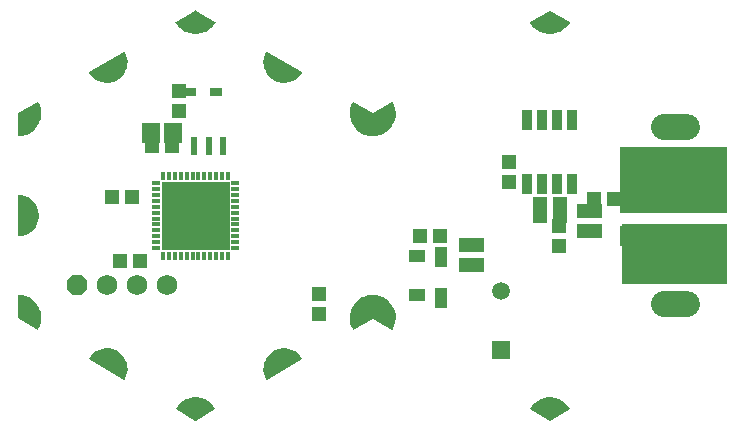
<source format=gbr>
G04 EAGLE Gerber RS-274X export*
G75*
%MOMM*%
%FSLAX34Y34*%
%LPD*%
%INSoldermask Bottom*%
%IPPOS*%
%AMOC8*
5,1,8,0,0,1.08239X$1,22.5*%
G01*
%ADD10R,0.603200X1.603197*%
%ADD11R,1.203200X1.303200*%
%ADD12C,1.203200*%
%ADD13R,0.457200X0.753200*%
%ADD14R,0.753200X0.457200*%
%ADD15R,5.803200X5.803200*%
%ADD16P,1.869504X8X112.500000*%
%ADD17C,1.727200*%
%ADD18R,1.511200X1.511200*%
%ADD19C,1.511200*%
%ADD20R,1.303200X1.203200*%
%ADD21R,1.003200X0.703200*%
%ADD22R,2.006200X1.803200*%
%ADD23R,0.853200X1.731200*%
%ADD24R,1.003200X1.803200*%
%ADD25C,2.184400*%
%ADD26R,1.503200X1.703200*%
%ADD27R,1.423200X1.118200*%

G36*
X298470Y89729D02*
X298470Y89729D01*
X298489Y89727D01*
X298591Y89749D01*
X298693Y89766D01*
X298710Y89775D01*
X298730Y89780D01*
X298819Y89833D01*
X298910Y89881D01*
X298924Y89896D01*
X298941Y89906D01*
X299008Y89984D01*
X299080Y90059D01*
X299088Y90077D01*
X299101Y90093D01*
X299140Y90189D01*
X299183Y90283D01*
X299185Y90302D01*
X299193Y90321D01*
X299211Y90488D01*
X299211Y144463D01*
X299208Y144482D01*
X299210Y144502D01*
X299188Y144603D01*
X299172Y144705D01*
X299162Y144723D01*
X299158Y144742D01*
X299105Y144831D01*
X299056Y144923D01*
X299042Y144936D01*
X299032Y144953D01*
X298953Y145021D01*
X298878Y145092D01*
X298860Y145100D01*
X298845Y145113D01*
X298749Y145152D01*
X298655Y145196D01*
X298635Y145198D01*
X298617Y145205D01*
X298450Y145224D01*
X209550Y145224D01*
X209530Y145221D01*
X209511Y145223D01*
X209409Y145201D01*
X209307Y145184D01*
X209290Y145175D01*
X209270Y145170D01*
X209181Y145117D01*
X209090Y145069D01*
X209076Y145055D01*
X209059Y145044D01*
X208992Y144966D01*
X208921Y144891D01*
X208912Y144873D01*
X208899Y144857D01*
X208860Y144761D01*
X208817Y144668D01*
X208815Y144648D01*
X208807Y144629D01*
X208789Y144463D01*
X208789Y90488D01*
X208792Y90468D01*
X208790Y90448D01*
X208812Y90347D01*
X208829Y90245D01*
X208838Y90227D01*
X208842Y90208D01*
X208895Y90119D01*
X208944Y90027D01*
X208958Y90014D01*
X208968Y89997D01*
X209047Y89929D01*
X209122Y89858D01*
X209140Y89850D01*
X209155Y89837D01*
X209251Y89798D01*
X209345Y89754D01*
X209365Y89752D01*
X209383Y89745D01*
X209550Y89726D01*
X298450Y89726D01*
X298470Y89729D01*
G37*
G36*
X298470Y29404D02*
X298470Y29404D01*
X298489Y29402D01*
X298591Y29424D01*
X298693Y29441D01*
X298710Y29450D01*
X298730Y29455D01*
X298819Y29508D01*
X298910Y29556D01*
X298924Y29571D01*
X298941Y29581D01*
X299008Y29659D01*
X299080Y29734D01*
X299088Y29752D01*
X299101Y29768D01*
X299140Y29864D01*
X299183Y29958D01*
X299185Y29977D01*
X299193Y29996D01*
X299211Y30163D01*
X299211Y79375D01*
X299208Y79395D01*
X299210Y79414D01*
X299188Y79516D01*
X299172Y79618D01*
X299162Y79635D01*
X299158Y79655D01*
X299105Y79744D01*
X299056Y79835D01*
X299042Y79849D01*
X299032Y79866D01*
X298953Y79933D01*
X298878Y80005D01*
X298860Y80013D01*
X298845Y80026D01*
X298749Y80065D01*
X298655Y80108D01*
X298635Y80110D01*
X298617Y80118D01*
X298450Y80136D01*
X211138Y80136D01*
X211118Y80133D01*
X211098Y80135D01*
X210997Y80113D01*
X210895Y80097D01*
X210877Y80087D01*
X210858Y80083D01*
X210769Y80030D01*
X210677Y79981D01*
X210664Y79967D01*
X210647Y79957D01*
X210579Y79878D01*
X210508Y79803D01*
X210500Y79785D01*
X210487Y79770D01*
X210448Y79674D01*
X210404Y79580D01*
X210402Y79560D01*
X210395Y79542D01*
X210376Y79375D01*
X210376Y30163D01*
X210379Y30143D01*
X210377Y30123D01*
X210399Y30022D01*
X210416Y29920D01*
X210425Y29902D01*
X210430Y29883D01*
X210483Y29794D01*
X210531Y29702D01*
X210546Y29689D01*
X210556Y29672D01*
X210634Y29604D01*
X210709Y29533D01*
X210727Y29525D01*
X210743Y29512D01*
X210839Y29473D01*
X210933Y29429D01*
X210952Y29427D01*
X210971Y29420D01*
X211138Y29401D01*
X298450Y29401D01*
X298470Y29404D01*
G37*
G36*
X-786Y154416D02*
X-786Y154416D01*
X-773Y154415D01*
X2277Y154657D01*
X2310Y154667D01*
X2357Y154670D01*
X5328Y155399D01*
X5359Y155413D01*
X5405Y155424D01*
X5468Y155451D01*
X5469Y155451D01*
X6644Y155951D01*
X7820Y156450D01*
X8221Y156620D01*
X8249Y156639D01*
X8292Y156657D01*
X10880Y158290D01*
X10905Y158313D01*
X10945Y158338D01*
X13237Y160364D01*
X13258Y160391D01*
X13293Y160422D01*
X15231Y162790D01*
X15247Y162820D01*
X15277Y162856D01*
X16810Y165504D01*
X16821Y165536D01*
X16845Y165577D01*
X16898Y165716D01*
X16898Y165717D01*
X17658Y167713D01*
X17658Y167714D01*
X17848Y168213D01*
X17933Y168436D01*
X17939Y168470D01*
X17955Y168514D01*
X18571Y171511D01*
X18571Y171545D01*
X18581Y171591D01*
X18708Y174648D01*
X18702Y174681D01*
X18705Y174728D01*
X18339Y177766D01*
X18329Y177798D01*
X18323Y177845D01*
X17476Y180785D01*
X17460Y180815D01*
X17447Y180860D01*
X16139Y183626D01*
X16122Y183649D01*
X16112Y183676D01*
X16063Y183728D01*
X16020Y183785D01*
X15995Y183800D01*
X15975Y183820D01*
X15910Y183849D01*
X15848Y183885D01*
X15820Y183889D01*
X15793Y183900D01*
X15721Y183901D01*
X15651Y183910D01*
X15623Y183903D01*
X15594Y183903D01*
X15500Y183868D01*
X15459Y183857D01*
X15451Y183850D01*
X15438Y183845D01*
X-813Y174489D01*
X-17063Y183845D01*
X-17091Y183854D01*
X-17114Y183871D01*
X-17184Y183885D01*
X-17252Y183908D01*
X-17281Y183906D01*
X-17309Y183912D01*
X-17379Y183898D01*
X-17450Y183892D01*
X-17476Y183879D01*
X-17504Y183874D01*
X-17563Y183834D01*
X-17627Y183801D01*
X-17645Y183778D01*
X-17669Y183762D01*
X-17726Y183680D01*
X-17753Y183647D01*
X-17756Y183637D01*
X-17764Y183626D01*
X-19072Y180860D01*
X-19080Y180827D01*
X-19101Y180785D01*
X-19948Y177845D01*
X-19951Y177811D01*
X-19964Y177766D01*
X-20330Y174728D01*
X-20327Y174694D01*
X-20333Y174648D01*
X-20206Y171591D01*
X-20198Y171558D01*
X-20196Y171511D01*
X-19580Y168514D01*
X-19567Y168482D01*
X-19558Y168436D01*
X-18470Y165577D01*
X-18451Y165548D01*
X-18435Y165504D01*
X-16902Y162856D01*
X-16879Y162831D01*
X-16856Y162790D01*
X-14918Y160422D01*
X-14892Y160401D01*
X-14862Y160364D01*
X-12570Y158338D01*
X-12540Y158321D01*
X-12505Y158290D01*
X-9917Y156657D01*
X-9886Y156645D01*
X-9846Y156620D01*
X-7030Y155424D01*
X-6996Y155417D01*
X-6953Y155399D01*
X-3982Y154670D01*
X-3948Y154669D01*
X-3902Y154657D01*
X-852Y154415D01*
X-824Y154418D01*
X-796Y154414D01*
X-786Y154416D01*
G37*
G36*
X15754Y-9273D02*
X15754Y-9273D01*
X15825Y-9267D01*
X15851Y-9254D01*
X15879Y-9249D01*
X15938Y-9209D01*
X16002Y-9176D01*
X16020Y-9153D01*
X16044Y-9137D01*
X16101Y-9055D01*
X16128Y-9022D01*
X16131Y-9012D01*
X16139Y-9001D01*
X17447Y-6235D01*
X17455Y-6202D01*
X17476Y-6160D01*
X18323Y-3220D01*
X18326Y-3186D01*
X18339Y-3141D01*
X18705Y-103D01*
X18702Y-69D01*
X18708Y-23D01*
X18581Y3034D01*
X18573Y3067D01*
X18571Y3114D01*
X17955Y6111D01*
X17942Y6143D01*
X17933Y6189D01*
X16845Y9048D01*
X16826Y9077D01*
X16810Y9121D01*
X15277Y11769D01*
X15254Y11794D01*
X15231Y11835D01*
X13293Y14203D01*
X13267Y14224D01*
X13237Y14261D01*
X10945Y16287D01*
X10915Y16304D01*
X10880Y16335D01*
X8292Y17968D01*
X8261Y17980D01*
X8221Y18005D01*
X5405Y19201D01*
X5371Y19208D01*
X5328Y19226D01*
X2357Y19955D01*
X2323Y19956D01*
X2277Y19968D01*
X-773Y20210D01*
X-801Y20207D01*
X-829Y20211D01*
X-839Y20209D01*
X-852Y20210D01*
X-3902Y19968D01*
X-3935Y19958D01*
X-3982Y19955D01*
X-6953Y19226D01*
X-6984Y19212D01*
X-7030Y19201D01*
X-7194Y19131D01*
X-8370Y18632D01*
X-9546Y18132D01*
X-9846Y18005D01*
X-9874Y17986D01*
X-9917Y17968D01*
X-12505Y16335D01*
X-12530Y16312D01*
X-12570Y16287D01*
X-14862Y14261D01*
X-14883Y14234D01*
X-14918Y14203D01*
X-16856Y11835D01*
X-16872Y11805D01*
X-16902Y11769D01*
X-18435Y9121D01*
X-18446Y9089D01*
X-18470Y9048D01*
X-19558Y6189D01*
X-19564Y6155D01*
X-19580Y6111D01*
X-20196Y3114D01*
X-20196Y3080D01*
X-20206Y3034D01*
X-20333Y-23D01*
X-20327Y-56D01*
X-20330Y-103D01*
X-19964Y-3141D01*
X-19954Y-3173D01*
X-19948Y-3220D01*
X-19101Y-6160D01*
X-19085Y-6190D01*
X-19072Y-6235D01*
X-17764Y-9001D01*
X-17747Y-9024D01*
X-17737Y-9051D01*
X-17688Y-9103D01*
X-17645Y-9160D01*
X-17620Y-9175D01*
X-17600Y-9195D01*
X-17535Y-9224D01*
X-17473Y-9260D01*
X-17445Y-9264D01*
X-17418Y-9275D01*
X-17346Y-9276D01*
X-17276Y-9285D01*
X-17248Y-9278D01*
X-17219Y-9278D01*
X-17125Y-9243D01*
X-17084Y-9232D01*
X-17076Y-9225D01*
X-17063Y-9220D01*
X-813Y136D01*
X15438Y-9220D01*
X15466Y-9229D01*
X15489Y-9246D01*
X15559Y-9260D01*
X15627Y-9283D01*
X15656Y-9281D01*
X15684Y-9287D01*
X15754Y-9273D01*
G37*
G36*
X-300785Y69816D02*
X-300785Y69816D01*
X-300771Y69815D01*
X-297973Y70047D01*
X-297940Y70057D01*
X-297892Y70060D01*
X-295170Y70750D01*
X-295139Y70765D01*
X-295092Y70776D01*
X-292521Y71904D01*
X-292493Y71924D01*
X-292448Y71943D01*
X-290098Y73479D01*
X-290073Y73504D01*
X-290033Y73530D01*
X-287967Y75431D01*
X-287955Y75448D01*
X-287942Y75457D01*
X-287932Y75473D01*
X-287911Y75492D01*
X-286187Y77708D01*
X-286171Y77739D01*
X-286142Y77777D01*
X-284805Y80246D01*
X-284795Y80279D01*
X-284772Y80322D01*
X-283861Y82977D01*
X-283856Y83012D01*
X-283840Y83057D01*
X-283378Y85826D01*
X-283379Y85861D01*
X-283371Y85909D01*
X-283371Y88716D01*
X-283378Y88750D01*
X-283378Y88799D01*
X-283840Y91568D01*
X-283853Y91600D01*
X-283861Y91648D01*
X-284772Y94303D01*
X-284790Y94333D01*
X-284805Y94379D01*
X-286142Y96848D01*
X-286164Y96875D01*
X-286187Y96917D01*
X-287911Y99133D01*
X-287938Y99156D01*
X-287967Y99194D01*
X-290033Y101095D01*
X-290062Y101113D01*
X-290098Y101146D01*
X-292448Y102682D01*
X-292481Y102694D01*
X-292521Y102721D01*
X-295092Y103849D01*
X-295126Y103856D01*
X-295170Y103875D01*
X-297892Y104565D01*
X-297927Y104566D01*
X-297973Y104578D01*
X-300771Y104810D01*
X-300800Y104807D01*
X-300829Y104811D01*
X-300898Y104795D01*
X-300969Y104787D01*
X-300994Y104772D01*
X-301022Y104765D01*
X-301080Y104723D01*
X-301141Y104688D01*
X-301159Y104665D01*
X-301183Y104648D01*
X-301219Y104587D01*
X-301262Y104530D01*
X-301269Y104502D01*
X-301284Y104477D01*
X-301301Y104378D01*
X-301311Y104337D01*
X-301309Y104326D01*
X-301312Y104313D01*
X-301312Y70313D01*
X-301306Y70284D01*
X-301308Y70255D01*
X-301286Y70187D01*
X-301272Y70118D01*
X-301256Y70094D01*
X-301247Y70066D01*
X-301200Y70012D01*
X-301160Y69954D01*
X-301135Y69938D01*
X-301116Y69916D01*
X-301052Y69885D01*
X-300992Y69847D01*
X-300963Y69842D01*
X-300937Y69829D01*
X-300838Y69821D01*
X-300796Y69814D01*
X-300785Y69816D01*
G37*
G36*
X-211046Y-51573D02*
X-211046Y-51573D01*
X-210976Y-51568D01*
X-210950Y-51554D01*
X-210921Y-51549D01*
X-210862Y-51509D01*
X-210799Y-51476D01*
X-210780Y-51454D01*
X-210756Y-51437D01*
X-210699Y-51356D01*
X-210672Y-51323D01*
X-210669Y-51312D01*
X-210661Y-51301D01*
X-209463Y-48765D01*
X-209454Y-48732D01*
X-209434Y-48688D01*
X-208669Y-45990D01*
X-208666Y-45956D01*
X-208653Y-45909D01*
X-208343Y-43122D01*
X-208345Y-43093D01*
X-208343Y-43083D01*
X-208345Y-43078D01*
X-208340Y-43039D01*
X-208493Y-40239D01*
X-208502Y-40206D01*
X-208504Y-40157D01*
X-209116Y-37420D01*
X-209130Y-37389D01*
X-209140Y-37342D01*
X-210194Y-34743D01*
X-210213Y-34714D01*
X-210231Y-34669D01*
X-211698Y-32279D01*
X-211722Y-32253D01*
X-211747Y-32212D01*
X-213587Y-30096D01*
X-213615Y-30075D01*
X-213646Y-30039D01*
X-215810Y-28254D01*
X-215841Y-28238D01*
X-215878Y-28207D01*
X-218306Y-26804D01*
X-218338Y-26793D01*
X-218380Y-26768D01*
X-221006Y-25783D01*
X-221040Y-25778D01*
X-221085Y-25761D01*
X-223837Y-25221D01*
X-223872Y-25222D01*
X-223919Y-25212D01*
X-226723Y-25133D01*
X-226757Y-25139D01*
X-226805Y-25138D01*
X-229583Y-25521D01*
X-229616Y-25532D01*
X-229664Y-25539D01*
X-232341Y-26374D01*
X-232371Y-26391D01*
X-232417Y-26405D01*
X-234920Y-27670D01*
X-234948Y-27691D01*
X-234991Y-27713D01*
X-237251Y-29373D01*
X-237275Y-29398D01*
X-237314Y-29427D01*
X-239271Y-31436D01*
X-239289Y-31465D01*
X-239323Y-31499D01*
X-240923Y-33803D01*
X-240934Y-33830D01*
X-240953Y-33852D01*
X-240973Y-33920D01*
X-241001Y-33985D01*
X-241001Y-34015D01*
X-241010Y-34043D01*
X-241002Y-34113D01*
X-241002Y-34184D01*
X-240991Y-34211D01*
X-240988Y-34240D01*
X-240953Y-34302D01*
X-240926Y-34368D01*
X-240905Y-34388D01*
X-240891Y-34414D01*
X-240814Y-34477D01*
X-240784Y-34507D01*
X-240773Y-34511D01*
X-240762Y-34520D01*
X-211362Y-51520D01*
X-211335Y-51529D01*
X-211311Y-51546D01*
X-211241Y-51560D01*
X-211174Y-51583D01*
X-211145Y-51581D01*
X-211116Y-51587D01*
X-211046Y-51573D01*
G37*
G36*
X-223919Y199837D02*
X-223919Y199837D01*
X-223885Y199845D01*
X-223837Y199846D01*
X-221085Y200386D01*
X-221053Y200399D01*
X-221006Y200408D01*
X-218380Y201393D01*
X-218351Y201412D01*
X-218306Y201429D01*
X-215878Y202832D01*
X-215852Y202855D01*
X-215810Y202879D01*
X-213646Y204664D01*
X-213625Y204691D01*
X-213587Y204721D01*
X-211747Y206837D01*
X-211730Y206868D01*
X-211698Y206904D01*
X-210231Y209294D01*
X-210219Y209327D01*
X-210194Y209368D01*
X-209140Y211967D01*
X-209134Y212001D01*
X-209116Y212045D01*
X-208504Y214782D01*
X-208503Y214817D01*
X-208493Y214864D01*
X-208340Y217664D01*
X-208345Y217699D01*
X-208343Y217747D01*
X-208653Y220534D01*
X-208663Y220567D01*
X-208669Y220615D01*
X-209434Y223313D01*
X-209450Y223344D01*
X-209463Y223390D01*
X-210661Y225926D01*
X-210679Y225949D01*
X-210689Y225977D01*
X-210738Y226028D01*
X-210780Y226085D01*
X-210805Y226100D01*
X-210825Y226121D01*
X-210891Y226149D01*
X-210952Y226185D01*
X-210981Y226189D01*
X-211008Y226201D01*
X-211079Y226201D01*
X-211149Y226210D01*
X-211177Y226203D01*
X-211207Y226203D01*
X-211299Y226168D01*
X-211341Y226157D01*
X-211350Y226150D01*
X-211362Y226145D01*
X-240762Y209145D01*
X-240784Y209125D01*
X-240811Y209113D01*
X-240858Y209060D01*
X-240911Y209013D01*
X-240924Y208987D01*
X-240943Y208965D01*
X-240966Y208897D01*
X-240997Y208833D01*
X-240998Y208804D01*
X-241008Y208777D01*
X-241003Y208706D01*
X-241006Y208635D01*
X-240995Y208607D01*
X-240993Y208578D01*
X-240951Y208488D01*
X-240936Y208448D01*
X-240929Y208440D01*
X-240923Y208428D01*
X-239323Y206124D01*
X-239298Y206100D01*
X-239271Y206061D01*
X-237314Y204052D01*
X-237285Y204032D01*
X-237251Y203998D01*
X-234991Y202338D01*
X-234959Y202324D01*
X-234920Y202295D01*
X-232417Y201030D01*
X-232384Y201021D01*
X-232341Y200999D01*
X-229664Y200164D01*
X-229629Y200160D01*
X-229583Y200146D01*
X-226805Y199763D01*
X-226770Y199765D01*
X-226723Y199758D01*
X-223919Y199837D01*
G37*
G36*
X-90448Y-51578D02*
X-90448Y-51578D01*
X-90418Y-51578D01*
X-90326Y-51543D01*
X-90284Y-51532D01*
X-90276Y-51525D01*
X-90263Y-51520D01*
X-60863Y-34520D01*
X-60841Y-34500D01*
X-60814Y-34488D01*
X-60767Y-34435D01*
X-60714Y-34388D01*
X-60701Y-34362D01*
X-60682Y-34340D01*
X-60659Y-34272D01*
X-60628Y-34208D01*
X-60627Y-34179D01*
X-60617Y-34152D01*
X-60622Y-34081D01*
X-60619Y-34010D01*
X-60630Y-33982D01*
X-60632Y-33953D01*
X-60674Y-33863D01*
X-60689Y-33823D01*
X-60697Y-33815D01*
X-60702Y-33803D01*
X-62302Y-31499D01*
X-62327Y-31475D01*
X-62354Y-31436D01*
X-64311Y-29427D01*
X-64340Y-29407D01*
X-64374Y-29373D01*
X-66634Y-27713D01*
X-66666Y-27699D01*
X-66705Y-27670D01*
X-69208Y-26405D01*
X-69241Y-26396D01*
X-69284Y-26374D01*
X-71961Y-25539D01*
X-71996Y-25535D01*
X-72042Y-25521D01*
X-74820Y-25138D01*
X-74855Y-25140D01*
X-74902Y-25133D01*
X-77706Y-25212D01*
X-77740Y-25220D01*
X-77788Y-25221D01*
X-80540Y-25761D01*
X-80572Y-25774D01*
X-80619Y-25783D01*
X-83245Y-26768D01*
X-83274Y-26787D01*
X-83319Y-26804D01*
X-85747Y-28207D01*
X-85773Y-28230D01*
X-85815Y-28254D01*
X-87979Y-30039D01*
X-88000Y-30066D01*
X-88038Y-30096D01*
X-89878Y-32212D01*
X-89895Y-32243D01*
X-89927Y-32279D01*
X-91394Y-34669D01*
X-91406Y-34702D01*
X-91431Y-34743D01*
X-92485Y-37342D01*
X-92491Y-37376D01*
X-92509Y-37420D01*
X-93121Y-40157D01*
X-93122Y-40192D01*
X-93132Y-40239D01*
X-93285Y-43039D01*
X-93280Y-43074D01*
X-93283Y-43122D01*
X-92972Y-45909D01*
X-92962Y-45942D01*
X-92956Y-45990D01*
X-92191Y-48688D01*
X-92176Y-48719D01*
X-92162Y-48765D01*
X-90964Y-51301D01*
X-90946Y-51324D01*
X-90936Y-51352D01*
X-90887Y-51403D01*
X-90845Y-51460D01*
X-90820Y-51475D01*
X-90800Y-51496D01*
X-90734Y-51524D01*
X-90673Y-51560D01*
X-90644Y-51564D01*
X-90617Y-51576D01*
X-90546Y-51576D01*
X-90476Y-51585D01*
X-90448Y-51578D01*
G37*
G36*
X-74868Y199764D02*
X-74868Y199764D01*
X-74820Y199763D01*
X-72042Y200146D01*
X-72009Y200157D01*
X-71961Y200164D01*
X-69284Y200999D01*
X-69254Y201016D01*
X-69208Y201030D01*
X-66705Y202295D01*
X-66677Y202316D01*
X-66634Y202338D01*
X-64374Y203998D01*
X-64350Y204023D01*
X-64311Y204052D01*
X-62354Y206061D01*
X-62336Y206090D01*
X-62302Y206124D01*
X-60702Y208428D01*
X-60691Y208455D01*
X-60672Y208477D01*
X-60652Y208545D01*
X-60624Y208610D01*
X-60624Y208640D01*
X-60615Y208668D01*
X-60623Y208738D01*
X-60623Y208809D01*
X-60634Y208836D01*
X-60637Y208865D01*
X-60672Y208927D01*
X-60699Y208993D01*
X-60720Y209013D01*
X-60734Y209039D01*
X-60811Y209102D01*
X-60841Y209132D01*
X-60852Y209136D01*
X-60863Y209145D01*
X-90263Y226145D01*
X-90290Y226154D01*
X-90314Y226171D01*
X-90384Y226185D01*
X-90451Y226208D01*
X-90480Y226206D01*
X-90509Y226212D01*
X-90579Y226198D01*
X-90649Y226193D01*
X-90675Y226179D01*
X-90704Y226174D01*
X-90763Y226134D01*
X-90826Y226101D01*
X-90845Y226079D01*
X-90869Y226062D01*
X-90926Y225981D01*
X-90953Y225948D01*
X-90956Y225937D01*
X-90964Y225926D01*
X-92162Y223390D01*
X-92171Y223357D01*
X-92191Y223313D01*
X-92956Y220615D01*
X-92959Y220581D01*
X-92972Y220534D01*
X-93283Y217747D01*
X-93280Y217719D01*
X-93281Y217714D01*
X-93280Y217709D01*
X-93285Y217664D01*
X-93132Y214864D01*
X-93123Y214831D01*
X-93121Y214782D01*
X-92509Y212045D01*
X-92495Y212014D01*
X-92485Y211967D01*
X-91431Y209368D01*
X-91412Y209339D01*
X-91394Y209294D01*
X-89927Y206904D01*
X-89903Y206878D01*
X-89878Y206837D01*
X-88038Y204721D01*
X-88010Y204700D01*
X-87979Y204664D01*
X-85815Y202879D01*
X-85784Y202863D01*
X-85747Y202832D01*
X-83319Y201429D01*
X-83287Y201418D01*
X-83245Y201393D01*
X-80619Y200408D01*
X-80585Y200403D01*
X-80540Y200386D01*
X-77788Y199846D01*
X-77753Y199847D01*
X-77706Y199837D01*
X-74902Y199758D01*
X-74868Y199764D01*
G37*
G36*
X-300804Y154377D02*
X-300804Y154377D01*
X-300791Y154375D01*
X-297734Y154622D01*
X-297702Y154632D01*
X-297655Y154635D01*
X-294678Y155369D01*
X-294647Y155383D01*
X-294602Y155394D01*
X-291781Y156596D01*
X-291753Y156615D01*
X-291710Y156633D01*
X-289118Y158272D01*
X-289094Y158296D01*
X-289054Y158321D01*
X-286759Y160354D01*
X-286739Y160381D01*
X-286703Y160412D01*
X-284764Y162787D01*
X-284748Y162817D01*
X-284719Y162853D01*
X-283185Y165508D01*
X-283175Y165541D01*
X-283151Y165581D01*
X-282064Y168448D01*
X-282058Y168481D01*
X-282041Y168525D01*
X-281428Y171529D01*
X-281428Y171563D01*
X-281418Y171609D01*
X-281295Y174673D01*
X-281300Y174706D01*
X-281298Y174753D01*
X-281668Y177797D01*
X-281678Y177829D01*
X-281684Y177876D01*
X-282537Y180821D01*
X-282553Y180851D01*
X-282565Y180896D01*
X-283880Y183666D01*
X-283897Y183689D01*
X-283907Y183716D01*
X-283956Y183768D01*
X-283999Y183825D01*
X-284024Y183840D01*
X-284044Y183861D01*
X-284109Y183889D01*
X-284171Y183925D01*
X-284200Y183929D01*
X-284226Y183940D01*
X-284298Y183941D01*
X-284368Y183950D01*
X-284396Y183942D01*
X-284425Y183942D01*
X-284519Y183907D01*
X-284560Y183896D01*
X-284568Y183889D01*
X-284581Y183884D01*
X-301058Y174345D01*
X-301116Y174293D01*
X-301178Y174248D01*
X-301190Y174228D01*
X-301207Y174213D01*
X-301240Y174143D01*
X-301279Y174077D01*
X-301284Y174052D01*
X-301293Y174033D01*
X-301295Y173989D01*
X-301307Y173913D01*
X-301330Y154874D01*
X-301324Y154845D01*
X-301327Y154816D01*
X-301305Y154749D01*
X-301291Y154679D01*
X-301274Y154655D01*
X-301265Y154627D01*
X-301219Y154573D01*
X-301178Y154515D01*
X-301154Y154499D01*
X-301135Y154477D01*
X-301071Y154446D01*
X-301011Y154407D01*
X-300982Y154403D01*
X-300956Y154390D01*
X-300857Y154381D01*
X-300815Y154374D01*
X-300804Y154377D01*
G37*
G36*
X-284265Y-9313D02*
X-284265Y-9313D01*
X-284194Y-9307D01*
X-284169Y-9294D01*
X-284140Y-9288D01*
X-284081Y-9248D01*
X-284018Y-9216D01*
X-283999Y-9193D01*
X-283975Y-9177D01*
X-283918Y-9095D01*
X-283891Y-9063D01*
X-283888Y-9052D01*
X-283880Y-9041D01*
X-282565Y-6271D01*
X-282557Y-6238D01*
X-282537Y-6196D01*
X-281684Y-3251D01*
X-281681Y-3217D01*
X-281668Y-3172D01*
X-281298Y-128D01*
X-281301Y-94D01*
X-281295Y-48D01*
X-281418Y3016D01*
X-281426Y3049D01*
X-281428Y3096D01*
X-282041Y6100D01*
X-282055Y6131D01*
X-282064Y6177D01*
X-283151Y9044D01*
X-283169Y9073D01*
X-283185Y9117D01*
X-284719Y11772D01*
X-284741Y11798D01*
X-284764Y11838D01*
X-286703Y14213D01*
X-286730Y14235D01*
X-286759Y14271D01*
X-289054Y16305D01*
X-289083Y16321D01*
X-289118Y16353D01*
X-291710Y17992D01*
X-291742Y18004D01*
X-291781Y18029D01*
X-294602Y19231D01*
X-294635Y19238D01*
X-294678Y19256D01*
X-297655Y19990D01*
X-297689Y19991D01*
X-297734Y20003D01*
X-300791Y20250D01*
X-300819Y20246D01*
X-300848Y20251D01*
X-300917Y20234D01*
X-300988Y20226D01*
X-301013Y20211D01*
X-301041Y20205D01*
X-301099Y20162D01*
X-301161Y20127D01*
X-301178Y20104D01*
X-301201Y20087D01*
X-301238Y20025D01*
X-301281Y19968D01*
X-301288Y19940D01*
X-301303Y19915D01*
X-301319Y19817D01*
X-301330Y19776D01*
X-301328Y19765D01*
X-301330Y19751D01*
X-301307Y712D01*
X-301292Y637D01*
X-301284Y560D01*
X-301272Y540D01*
X-301268Y517D01*
X-301224Y454D01*
X-301186Y387D01*
X-301166Y370D01*
X-301155Y353D01*
X-301117Y329D01*
X-301058Y280D01*
X-284581Y-9259D01*
X-284554Y-9268D01*
X-284530Y-9285D01*
X-284460Y-9300D01*
X-284393Y-9322D01*
X-284364Y-9320D01*
X-284335Y-9326D01*
X-284265Y-9313D01*
G37*
G36*
X149204Y-86377D02*
X149204Y-86377D01*
X149281Y-86378D01*
X149305Y-86369D01*
X149325Y-86367D01*
X149365Y-86347D01*
X149437Y-86320D01*
X165937Y-76820D01*
X165958Y-76801D01*
X165985Y-76789D01*
X166019Y-76751D01*
X166022Y-76749D01*
X166024Y-76745D01*
X166032Y-76736D01*
X166086Y-76689D01*
X166098Y-76663D01*
X166118Y-76641D01*
X166141Y-76574D01*
X166172Y-76509D01*
X166173Y-76480D01*
X166182Y-76453D01*
X166178Y-76382D01*
X166181Y-76311D01*
X166171Y-76284D01*
X166169Y-76255D01*
X166126Y-76164D01*
X166112Y-76124D01*
X166104Y-76116D01*
X166098Y-76104D01*
X164357Y-73580D01*
X164332Y-73557D01*
X164306Y-73518D01*
X162182Y-71307D01*
X162154Y-71288D01*
X162122Y-71254D01*
X159670Y-69412D01*
X159640Y-69397D01*
X159602Y-69369D01*
X156887Y-67944D01*
X156855Y-67934D01*
X156814Y-67912D01*
X153905Y-66941D01*
X153879Y-66938D01*
X153870Y-66937D01*
X153827Y-66922D01*
X150801Y-66430D01*
X150767Y-66432D01*
X150721Y-66424D01*
X147654Y-66424D01*
X147621Y-66431D01*
X147574Y-66430D01*
X144548Y-66922D01*
X144516Y-66934D01*
X144470Y-66941D01*
X141561Y-67912D01*
X141532Y-67929D01*
X141488Y-67944D01*
X138773Y-69369D01*
X138746Y-69390D01*
X138705Y-69412D01*
X136253Y-71254D01*
X136231Y-71279D01*
X136193Y-71307D01*
X134069Y-73518D01*
X134051Y-73547D01*
X134018Y-73580D01*
X132277Y-76104D01*
X132265Y-76131D01*
X132247Y-76153D01*
X132227Y-76221D01*
X132199Y-76287D01*
X132198Y-76316D01*
X132190Y-76343D01*
X132198Y-76415D01*
X132198Y-76486D01*
X132209Y-76512D01*
X132212Y-76541D01*
X132248Y-76603D01*
X132275Y-76669D01*
X132296Y-76689D01*
X132310Y-76714D01*
X132373Y-76766D01*
X132377Y-76772D01*
X132387Y-76777D01*
X132387Y-76778D01*
X132418Y-76808D01*
X132428Y-76812D01*
X132438Y-76820D01*
X148938Y-86320D01*
X149011Y-86344D01*
X149082Y-86375D01*
X149105Y-86376D01*
X149127Y-86383D01*
X149204Y-86377D01*
G37*
G36*
X-150796Y-86377D02*
X-150796Y-86377D01*
X-150719Y-86378D01*
X-150695Y-86369D01*
X-150675Y-86367D01*
X-150635Y-86347D01*
X-150563Y-86320D01*
X-134063Y-76820D01*
X-134042Y-76801D01*
X-134015Y-76789D01*
X-133981Y-76751D01*
X-133978Y-76749D01*
X-133976Y-76745D01*
X-133968Y-76736D01*
X-133914Y-76689D01*
X-133902Y-76663D01*
X-133882Y-76641D01*
X-133859Y-76574D01*
X-133828Y-76509D01*
X-133827Y-76480D01*
X-133818Y-76453D01*
X-133822Y-76382D01*
X-133819Y-76311D01*
X-133829Y-76284D01*
X-133831Y-76255D01*
X-133874Y-76164D01*
X-133888Y-76124D01*
X-133896Y-76116D01*
X-133902Y-76104D01*
X-135643Y-73580D01*
X-135668Y-73557D01*
X-135694Y-73518D01*
X-137818Y-71307D01*
X-137846Y-71288D01*
X-137878Y-71254D01*
X-140330Y-69412D01*
X-140360Y-69397D01*
X-140398Y-69369D01*
X-143113Y-67944D01*
X-143145Y-67934D01*
X-143186Y-67912D01*
X-146095Y-66941D01*
X-146121Y-66938D01*
X-146131Y-66937D01*
X-146173Y-66922D01*
X-149199Y-66430D01*
X-149233Y-66432D01*
X-149279Y-66424D01*
X-152346Y-66424D01*
X-152379Y-66431D01*
X-152426Y-66430D01*
X-155452Y-66922D01*
X-155484Y-66934D01*
X-155530Y-66941D01*
X-158439Y-67912D01*
X-158468Y-67929D01*
X-158512Y-67944D01*
X-161227Y-69369D01*
X-161254Y-69390D01*
X-161295Y-69412D01*
X-163747Y-71254D01*
X-163769Y-71279D01*
X-163807Y-71307D01*
X-165931Y-73518D01*
X-165949Y-73547D01*
X-165982Y-73580D01*
X-167723Y-76104D01*
X-167735Y-76131D01*
X-167753Y-76153D01*
X-167774Y-76221D01*
X-167801Y-76287D01*
X-167802Y-76316D01*
X-167810Y-76343D01*
X-167802Y-76415D01*
X-167802Y-76486D01*
X-167791Y-76512D01*
X-167788Y-76541D01*
X-167753Y-76603D01*
X-167725Y-76669D01*
X-167704Y-76689D01*
X-167690Y-76714D01*
X-167627Y-76766D01*
X-167623Y-76772D01*
X-167613Y-76777D01*
X-167613Y-76778D01*
X-167582Y-76808D01*
X-167572Y-76812D01*
X-167562Y-76820D01*
X-151062Y-86320D01*
X-150989Y-86344D01*
X-150918Y-86375D01*
X-150895Y-86376D01*
X-150873Y-86383D01*
X-150796Y-86377D01*
G37*
G36*
X-149246Y241056D02*
X-149246Y241056D01*
X-149199Y241055D01*
X-146173Y241547D01*
X-146141Y241559D01*
X-146095Y241566D01*
X-143186Y242537D01*
X-143157Y242554D01*
X-143113Y242569D01*
X-140398Y243994D01*
X-140371Y244015D01*
X-140330Y244037D01*
X-137878Y245879D01*
X-137856Y245904D01*
X-137818Y245932D01*
X-135694Y248143D01*
X-135676Y248172D01*
X-135643Y248205D01*
X-133902Y250729D01*
X-133890Y250756D01*
X-133872Y250778D01*
X-133852Y250846D01*
X-133824Y250912D01*
X-133823Y250941D01*
X-133815Y250968D01*
X-133823Y251040D01*
X-133823Y251111D01*
X-133834Y251137D01*
X-133837Y251166D01*
X-133873Y251228D01*
X-133900Y251294D01*
X-133921Y251314D01*
X-133935Y251339D01*
X-134012Y251403D01*
X-134043Y251433D01*
X-134053Y251437D01*
X-134063Y251445D01*
X-150563Y260945D01*
X-150636Y260969D01*
X-150707Y261000D01*
X-150730Y261001D01*
X-150752Y261008D01*
X-150829Y261002D01*
X-150906Y261003D01*
X-150930Y260994D01*
X-150950Y260992D01*
X-150990Y260972D01*
X-151062Y260945D01*
X-167562Y251445D01*
X-167583Y251426D01*
X-167610Y251414D01*
X-167657Y251361D01*
X-167711Y251314D01*
X-167723Y251288D01*
X-167743Y251266D01*
X-167766Y251199D01*
X-167797Y251134D01*
X-167798Y251105D01*
X-167807Y251078D01*
X-167803Y251007D01*
X-167806Y250936D01*
X-167796Y250909D01*
X-167794Y250880D01*
X-167751Y250789D01*
X-167737Y250749D01*
X-167729Y250741D01*
X-167723Y250729D01*
X-165982Y248205D01*
X-165957Y248182D01*
X-165931Y248143D01*
X-163807Y245932D01*
X-163779Y245913D01*
X-163747Y245879D01*
X-161295Y244037D01*
X-161265Y244022D01*
X-161227Y243994D01*
X-158512Y242569D01*
X-158480Y242559D01*
X-158439Y242537D01*
X-155530Y241566D01*
X-155496Y241562D01*
X-155452Y241547D01*
X-152426Y241055D01*
X-152392Y241057D01*
X-152346Y241049D01*
X-149279Y241049D01*
X-149246Y241056D01*
G37*
G36*
X150754Y241056D02*
X150754Y241056D01*
X150801Y241055D01*
X153827Y241547D01*
X153859Y241559D01*
X153905Y241566D01*
X156814Y242537D01*
X156843Y242554D01*
X156887Y242569D01*
X159602Y243994D01*
X159629Y244015D01*
X159670Y244037D01*
X162122Y245879D01*
X162144Y245904D01*
X162182Y245932D01*
X164306Y248143D01*
X164324Y248172D01*
X164357Y248205D01*
X166098Y250729D01*
X166110Y250756D01*
X166128Y250778D01*
X166149Y250846D01*
X166176Y250912D01*
X166177Y250941D01*
X166185Y250968D01*
X166177Y251040D01*
X166177Y251111D01*
X166166Y251137D01*
X166163Y251166D01*
X166128Y251228D01*
X166100Y251294D01*
X166079Y251314D01*
X166065Y251339D01*
X165988Y251403D01*
X165957Y251433D01*
X165947Y251437D01*
X165937Y251445D01*
X149437Y260945D01*
X149364Y260969D01*
X149293Y261000D01*
X149270Y261001D01*
X149248Y261008D01*
X149171Y261002D01*
X149094Y261003D01*
X149070Y260994D01*
X149050Y260992D01*
X149010Y260972D01*
X148938Y260945D01*
X132438Y251445D01*
X132417Y251426D01*
X132390Y251414D01*
X132343Y251361D01*
X132289Y251314D01*
X132277Y251288D01*
X132257Y251266D01*
X132234Y251199D01*
X132203Y251134D01*
X132202Y251105D01*
X132193Y251078D01*
X132197Y251007D01*
X132194Y250936D01*
X132204Y250909D01*
X132206Y250880D01*
X132249Y250789D01*
X132263Y250749D01*
X132271Y250741D01*
X132277Y250729D01*
X134018Y248205D01*
X134043Y248182D01*
X134069Y248143D01*
X136193Y245932D01*
X136221Y245913D01*
X136253Y245879D01*
X138705Y244037D01*
X138735Y244022D01*
X138773Y243994D01*
X141488Y242569D01*
X141520Y242559D01*
X141561Y242537D01*
X144470Y241566D01*
X144504Y241562D01*
X144548Y241547D01*
X147574Y241055D01*
X147608Y241057D01*
X147654Y241049D01*
X150721Y241049D01*
X150754Y241056D01*
G37*
D10*
X-151700Y146050D03*
X-139700Y146050D03*
X-127700Y146050D03*
D11*
X-214875Y49213D03*
X-197875Y49213D03*
D12*
X-150813Y252513D03*
X-93Y164833D03*
X-93Y9793D03*
X-150813Y-77888D03*
X-222313Y211213D03*
X-79313Y211213D03*
X-79313Y-36588D03*
X-222313Y-36588D03*
X149188Y252513D03*
X149188Y-77888D03*
X-293880Y169913D03*
X-293880Y4713D03*
X-293913Y87313D03*
D13*
X-178320Y121113D03*
X-173319Y121113D03*
X-168317Y121113D03*
X-163316Y121113D03*
X-158315Y121113D03*
X-153314Y121113D03*
X-148312Y121113D03*
X-143311Y121113D03*
X-138310Y121113D03*
X-133309Y121113D03*
X-128307Y121113D03*
X-123306Y121113D03*
D14*
X-117013Y114820D03*
X-117013Y109819D03*
X-117013Y104817D03*
X-117013Y99816D03*
X-117013Y94815D03*
X-117013Y89814D03*
X-117013Y84812D03*
X-117013Y79811D03*
X-117013Y74810D03*
X-117013Y69809D03*
X-117013Y64807D03*
X-117013Y59806D03*
D13*
X-123306Y53513D03*
X-128307Y53513D03*
X-133309Y53513D03*
X-138310Y53513D03*
X-143311Y53513D03*
X-148312Y53513D03*
X-153314Y53513D03*
X-158315Y53513D03*
X-163316Y53513D03*
X-168317Y53513D03*
X-173319Y53513D03*
X-178320Y53513D03*
D14*
X-184613Y59806D03*
X-184613Y64807D03*
X-184613Y69809D03*
X-184613Y74810D03*
X-184613Y79811D03*
X-184613Y84812D03*
X-184613Y89814D03*
X-184613Y94815D03*
X-184613Y99816D03*
X-184613Y104817D03*
X-184613Y109819D03*
X-184613Y114820D03*
D15*
X-150813Y87313D03*
D16*
X-250825Y28575D03*
D17*
X-225425Y28575D03*
X-200025Y28575D03*
X-174625Y28575D03*
D18*
X107633Y-26734D03*
D19*
X107633Y23267D03*
D11*
X87313Y45475D03*
X87313Y62475D03*
X186763Y101600D03*
X203763Y101600D03*
D20*
X157163Y78350D03*
X157163Y61350D03*
D11*
X-204225Y103188D03*
X-221225Y103188D03*
D20*
X-46038Y4200D03*
X-46038Y21200D03*
X-187888Y146050D03*
X-170888Y146050D03*
X-165100Y192650D03*
X-165100Y175650D03*
D21*
X-155463Y192088D03*
X-133463Y192088D03*
D11*
X56125Y69850D03*
X39125Y69850D03*
D22*
X219075Y98358D03*
X219075Y69918D03*
D20*
X177800Y74050D03*
X177800Y91050D03*
D11*
X140725Y87313D03*
X157725Y87313D03*
D20*
X157725Y96838D03*
X140725Y96838D03*
D23*
X130175Y168398D03*
X142875Y168398D03*
X155575Y168398D03*
X168275Y168398D03*
X168275Y114178D03*
X155575Y114178D03*
X142875Y114178D03*
X130175Y114178D03*
D11*
X77788Y45475D03*
X77788Y62475D03*
X187325Y91050D03*
X187325Y74050D03*
X114300Y132325D03*
X114300Y115325D03*
D24*
X57150Y51925D03*
X57150Y17925D03*
D25*
X245682Y12383D02*
X265494Y12383D01*
X265494Y62167D02*
X245682Y62167D01*
X245682Y112459D02*
X265494Y112459D01*
X265494Y162243D02*
X245682Y162243D01*
D26*
X-188888Y157163D03*
X-169888Y157163D03*
D27*
X36513Y20138D03*
X36513Y52888D03*
M02*

</source>
